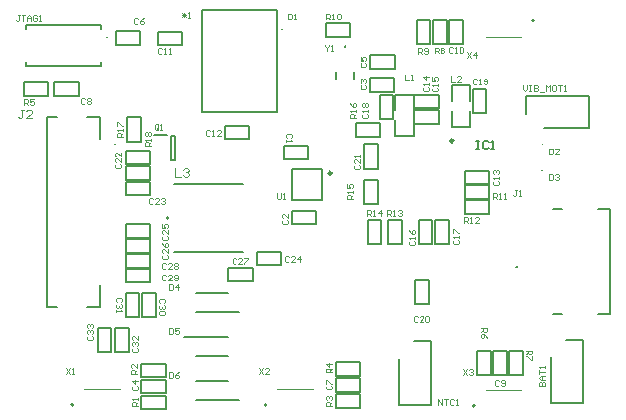
<source format=gto>
G04*
G04 #@! TF.GenerationSoftware,Altium Limited,Altium Designer,24.3.1 (35)*
G04*
G04 Layer_Color=65535*
%FSLAX44Y44*%
%MOMM*%
G71*
G04*
G04 #@! TF.SameCoordinates,31FC7E56-FDD3-428C-A461-55F7AD2C4BF1*
G04*
G04*
G04 #@! TF.FilePolarity,Positive*
G04*
G01*
G75*
%ADD10C,0.2000*%
%ADD11C,0.1000*%
%ADD12C,0.2500*%
%ADD13C,0.1500*%
%ADD14C,0.1524*%
%ADD15C,0.1270*%
%ADD16C,0.2032*%
%ADD17C,0.1200*%
D10*
X55000Y14000D02*
G03*
X55000Y12000I0J-1000D01*
G01*
D02*
G03*
X55000Y14000I0J1000D01*
G01*
X395000Y10818D02*
G03*
X395000Y12818I0J1000D01*
G01*
D02*
G03*
X395000Y10818I0J-1000D01*
G01*
X445000Y337000D02*
G03*
X445000Y339000I0J1000D01*
G01*
D02*
G03*
X445000Y337000I0J-1000D01*
G01*
X218589Y11423D02*
G03*
X218589Y13423I0J1000D01*
G01*
D02*
G03*
X218589Y11423I0J-1000D01*
G01*
X286000Y315500D02*
G03*
X286000Y316500I0J500D01*
G01*
D02*
G03*
X286000Y315500I0J-500D01*
G01*
X135500Y171750D02*
G03*
X135500Y169750I0J-1000D01*
G01*
D02*
G03*
X135500Y171750I0J1000D01*
G01*
X430702Y129256D02*
G03*
X431702Y129256I500J0D01*
G01*
D02*
G03*
X430702Y129256I-500J0D01*
G01*
D02*
G03*
X431702Y129256I500J0D01*
G01*
X460147Y14310D02*
X487647D01*
X472647Y68030D02*
X487647D01*
Y14310D02*
Y68030D01*
X460147Y14310D02*
Y52830D01*
X159600Y107000D02*
X186400D01*
X159600Y91000D02*
X196250D01*
X78500Y95500D02*
Y114000D01*
X67750Y95500D02*
X78500D01*
Y238000D02*
Y256500D01*
X67750D02*
X78500D01*
X33500D02*
X41750D01*
X33500Y95500D02*
Y256500D01*
Y95500D02*
X41750D01*
X331493Y12644D02*
Y51164D01*
X358993Y12644D02*
Y66364D01*
X343993D02*
X358993D01*
X331493Y12644D02*
X358993D01*
X240821Y186496D02*
X266821D01*
X240821D02*
Y212496D01*
X266821D01*
Y186496D02*
Y212496D01*
X149750Y70000D02*
X186400D01*
X159600Y54000D02*
X186400D01*
X159600Y17000D02*
X196250D01*
X159600Y33000D02*
X186400D01*
X79128Y299972D02*
Y303122D01*
X15628Y299972D02*
X79128D01*
X15628D02*
Y303122D01*
X79128Y331122D02*
Y334272D01*
X15628D02*
X79128D01*
X15628Y331122D02*
Y334272D01*
X141500Y199750D02*
X199500D01*
X141500Y141750D02*
X199500D01*
X124530Y241613D02*
X135030D01*
X138530Y220113D02*
Y240113D01*
Y220113D02*
X142030D01*
Y240113D01*
X138530D02*
X142030D01*
X492846Y246734D02*
Y274234D01*
X439126Y259234D02*
Y274234D01*
X492846D01*
X454326Y246734D02*
X492846D01*
X499702Y178955D02*
X510202D01*
Y89556D02*
Y178955D01*
X499702Y89556D02*
X510202D01*
X461702Y178955D02*
X469702D01*
X461702Y89556D02*
X469702D01*
D11*
X452424Y211269D02*
G03*
X453424Y211269I500J0D01*
G01*
D02*
G03*
X452424Y211269I-500J0D01*
G01*
X233198Y330509D02*
G03*
X232198Y330509I-500J0D01*
G01*
D02*
G03*
X233198Y330509I500J0D01*
G01*
X453436Y232797D02*
G03*
X452436Y232797I-500J0D01*
G01*
D02*
G03*
X453436Y232797I500J0D01*
G01*
X91750Y233500D02*
G03*
X90750Y233500I-500J0D01*
G01*
D02*
G03*
X91750Y233500I500J0D01*
G01*
X84778Y323472D02*
G03*
X83778Y323472I-500J0D01*
G01*
D02*
G03*
X84778Y323472I500J0D01*
G01*
X65000Y26500D02*
X95000D01*
X405000Y25318D02*
X435000D01*
X405000Y324500D02*
X435000D01*
X228589Y25923D02*
X258589D01*
D12*
X377549Y236306D02*
G03*
X377549Y236306I-1250J0D01*
G01*
X274445Y208996D02*
G03*
X274445Y208996I-1250J0D01*
G01*
D13*
X409319Y37948D02*
Y58448D01*
X397818Y37948D02*
X409319D01*
X397818D02*
Y58448D01*
X409319D01*
X424819Y37938D02*
Y58438D01*
X436319D01*
Y37938D02*
Y58438D01*
X424819Y37938D02*
X436319D01*
X113561Y9127D02*
X134061D01*
X113561D02*
Y20627D01*
X134061D01*
Y9127D02*
Y20627D01*
X113561Y47627D02*
X134061D01*
Y36127D02*
Y47627D01*
X113561Y36127D02*
X134061D01*
X113561D02*
Y47627D01*
X360500Y338500D02*
X372000D01*
X360500Y318000D02*
Y338500D01*
Y318000D02*
X372000D01*
Y338500D01*
X298501Y10415D02*
Y21915D01*
X278001D02*
X298501D01*
X278001Y10415D02*
Y21915D01*
Y10415D02*
X298501D01*
X346750Y318000D02*
Y338500D01*
X358250D01*
Y318000D02*
Y338500D01*
X346750Y318000D02*
X358250D01*
X113009Y235618D02*
Y256118D01*
X101509Y235618D02*
X113009D01*
X101509D02*
Y256118D01*
X113009D01*
X100250Y216250D02*
Y227750D01*
Y216250D02*
X120750D01*
Y227750D01*
X100250D02*
X120750D01*
X407799Y187056D02*
Y198556D01*
X387299D02*
X407799D01*
X387299Y187056D02*
Y198556D01*
Y187056D02*
X407799D01*
Y174556D02*
Y186056D01*
X387299D02*
X407799D01*
X387299Y174556D02*
Y186056D01*
Y174556D02*
X407799D01*
X322250Y148750D02*
Y169250D01*
X333750D01*
Y148750D02*
Y169250D01*
X322250Y148750D02*
X333750D01*
X305250D02*
Y169250D01*
X316750D01*
Y148750D02*
Y169250D01*
X305250Y148750D02*
X316750D01*
X313750Y182750D02*
Y203250D01*
X302250Y182750D02*
X313750D01*
X302250D02*
Y203250D01*
X313750D01*
X294789Y251150D02*
X315289D01*
Y239650D02*
Y251150D01*
X294789Y239650D02*
X315289D01*
X294789D02*
Y251150D01*
X269552Y324387D02*
X290052D01*
X269552D02*
Y335887D01*
X290052D01*
Y324387D02*
Y335887D01*
X13750Y285750D02*
X34250D01*
Y274250D02*
Y285750D01*
X13750Y274250D02*
X34250D01*
X13750D02*
Y285750D01*
X278001Y37415D02*
Y48915D01*
Y37415D02*
X298501D01*
Y48915D01*
X278001D02*
X298501D01*
X397021Y236292D02*
X399354D01*
X398187D01*
Y229295D01*
X397021D01*
X399354D01*
X407518Y235126D02*
X406351Y236292D01*
X404019D01*
X402853Y235126D01*
Y230461D01*
X404019Y229295D01*
X406351D01*
X407518Y230461D01*
X409850Y229295D02*
X412183D01*
X411017D01*
Y236292D01*
X409850Y235126D01*
D14*
X411319Y37948D02*
Y58448D01*
X422818D01*
Y37948D02*
Y58448D01*
X411319Y37948D02*
X422818D01*
X113561Y34127D02*
X134061D01*
Y22627D02*
Y34127D01*
X113561Y22627D02*
X134061D01*
X113561D02*
Y34127D01*
X278001Y23915D02*
Y35415D01*
Y23915D02*
X298501D01*
Y35415D01*
X278001D02*
X298501D01*
X374250Y318000D02*
X385750D01*
Y338500D01*
X374250D02*
X385750D01*
X374250Y318000D02*
Y338500D01*
X407799Y199556D02*
Y211056D01*
X387299D02*
X407799D01*
X387299Y199556D02*
Y211056D01*
Y199556D02*
X407799D01*
X100250Y107250D02*
X111750D01*
X100250Y86750D02*
Y107250D01*
Y86750D02*
X111750D01*
Y107250D01*
X184033Y237719D02*
Y249219D01*
Y237719D02*
X204533D01*
Y249219D01*
X184033D02*
X204533D01*
X254893Y220706D02*
Y232206D01*
X234393D02*
X254893D01*
X234393Y220706D02*
Y232206D01*
Y220706D02*
X254893D01*
X100250Y129000D02*
X120750D01*
X100250D02*
Y140500D01*
X120750D01*
Y129000D02*
Y140500D01*
X100250Y116500D02*
Y128000D01*
Y116500D02*
X120750D01*
Y128000D01*
X100250D02*
X120750D01*
X187075Y117179D02*
Y128679D01*
Y117179D02*
X207575D01*
Y128679D01*
X187075D02*
X207575D01*
X211231Y130795D02*
Y142295D01*
Y130795D02*
X231731D01*
Y142295D01*
X211231D02*
X231731D01*
X302250Y212750D02*
Y233250D01*
X313750D01*
Y212750D02*
Y233250D01*
X302250Y212750D02*
X313750D01*
X261555Y165584D02*
Y177084D01*
X241055D02*
X261555D01*
X241055Y165584D02*
Y177084D01*
Y165584D02*
X261555D01*
X100250Y214750D02*
X120750D01*
Y203250D02*
Y214750D01*
X100250Y203250D02*
X120750D01*
X100250D02*
Y214750D01*
Y201750D02*
X120750D01*
Y190250D02*
Y201750D01*
X100250Y190250D02*
X120750D01*
X100250D02*
Y201750D01*
Y165500D02*
X120750D01*
Y154000D02*
Y165500D01*
X100250Y154000D02*
X120750D01*
X100250D02*
Y165500D01*
Y153000D02*
X120750D01*
Y141500D02*
Y153000D01*
X100250Y141500D02*
X120750D01*
X100250D02*
Y153000D01*
X125750Y86750D02*
Y107250D01*
X114250Y86750D02*
X125750D01*
X114250D02*
Y107250D01*
X125750D01*
X102601Y57128D02*
Y77628D01*
X91101Y57128D02*
X102601D01*
X91101D02*
Y77628D01*
X102601D01*
X87886Y57128D02*
Y77628D01*
X76387Y57128D02*
X87886D01*
X76387D02*
Y77628D01*
X87886D01*
X344677Y275394D02*
X365176D01*
Y263894D02*
Y275394D01*
X344677Y263894D02*
X365176D01*
X344677D02*
Y275394D01*
X344711Y262421D02*
X365210D01*
Y250921D02*
Y262421D01*
X344711Y250921D02*
X365210D01*
X344711D02*
Y262421D01*
X359750Y148750D02*
Y169250D01*
X348250Y148750D02*
X359750D01*
X348250D02*
Y169250D01*
X359750D01*
X373750Y148750D02*
Y169250D01*
X362250Y148750D02*
X373750D01*
X362250D02*
Y169250D01*
X373750D01*
X326750Y254750D02*
Y275250D01*
X315250Y254750D02*
X326750D01*
X315250D02*
Y275250D01*
X326750D01*
X405442Y260019D02*
Y280518D01*
X393942Y260019D02*
X405442D01*
X393942D02*
Y280518D01*
X405442D01*
X356847Y97921D02*
Y118421D01*
X345347Y97921D02*
X356847D01*
X345347D02*
Y118421D01*
X356847D01*
X307401Y297122D02*
X327901D01*
X307401D02*
Y308622D01*
X327901D01*
Y297122D02*
Y308622D01*
X307052Y277724D02*
X327552D01*
X307052D02*
Y289224D01*
X327552D01*
Y277724D02*
Y289224D01*
X91829Y329222D02*
X112329D01*
Y317722D02*
Y329222D01*
X91829Y317722D02*
X112329D01*
X91829D02*
Y329222D01*
X39750Y285750D02*
X60250D01*
Y274250D02*
Y285750D01*
X39750Y274250D02*
X60250D01*
X39750D02*
Y285750D01*
X328386Y275433D02*
X344186D01*
Y262095D02*
Y275433D01*
X328506Y240357D02*
X344198D01*
X328386Y262192D02*
Y275433D01*
X344222Y240381D02*
Y253622D01*
X328344Y240518D02*
Y253530D01*
X376174Y283256D02*
X391974D01*
Y269918D02*
Y283256D01*
X376294Y248179D02*
X391986D01*
X376174Y270014D02*
Y283256D01*
X392010Y248203D02*
Y261445D01*
X376133Y248341D02*
Y261353D01*
X127731Y317321D02*
X148231D01*
X127731D02*
Y328821D01*
X148231D01*
Y317321D02*
Y328821D01*
D15*
X165000Y346750D02*
X228000D01*
X165000Y260750D02*
Y346750D01*
X228000Y260750D02*
Y346750D01*
X165000Y260750D02*
X228000D01*
D16*
X286000Y315500D02*
Y316500D01*
X278500Y288500D02*
Y294500D01*
X293500Y288500D02*
Y294500D01*
D17*
X275000Y11999D02*
X270002D01*
Y14498D01*
X270835Y15332D01*
X272501D01*
X273334Y14498D01*
Y11999D01*
Y13665D02*
X275000Y15332D01*
X270835Y16998D02*
X270002Y17831D01*
Y19497D01*
X270835Y20330D01*
X271668D01*
X272501Y19497D01*
Y18664D01*
Y19497D01*
X273334Y20330D01*
X274167D01*
X275000Y19497D01*
Y17831D01*
X274167Y16998D01*
X361739Y310265D02*
Y315263D01*
X364238D01*
X365071Y314430D01*
Y312764D01*
X364238Y311931D01*
X361739D01*
X363405D02*
X365071Y310265D01*
X366738Y314430D02*
X367571Y315263D01*
X369237D01*
X370070Y314430D01*
Y313597D01*
X369237Y312764D01*
X370070Y311931D01*
Y311098D01*
X369237Y310265D01*
X367571D01*
X366738Y311098D01*
Y311931D01*
X367571Y312764D01*
X366738Y313597D01*
Y314430D01*
X367571Y312764D02*
X369237D01*
X401102Y77376D02*
X406101D01*
Y74877D01*
X405268Y74044D01*
X403602D01*
X402769Y74877D01*
Y77376D01*
Y75710D02*
X401102Y74044D01*
X406101Y69046D02*
X405268Y70712D01*
X403602Y72378D01*
X401936D01*
X401102Y71545D01*
Y69879D01*
X401936Y69046D01*
X402769D01*
X403602Y69879D01*
Y72378D01*
X110511Y12168D02*
X105513D01*
Y14667D01*
X106346Y15500D01*
X108012D01*
X108845Y14667D01*
Y12168D01*
Y13834D02*
X110511Y15500D01*
Y17166D02*
Y18832D01*
Y17999D01*
X105513D01*
X106346Y17166D01*
X109898Y38980D02*
X104900D01*
Y41479D01*
X105733Y42312D01*
X107399D01*
X108232Y41479D01*
Y38980D01*
Y40646D02*
X109898Y42312D01*
Y47311D02*
Y43978D01*
X106566Y47311D01*
X105733D01*
X104900Y46477D01*
Y44811D01*
X105733Y43978D01*
X376994Y314532D02*
X376161Y315365D01*
X374494D01*
X373661Y314532D01*
Y311199D01*
X374494Y310366D01*
X376161D01*
X376994Y311199D01*
X378660Y310366D02*
X380326D01*
X379493D01*
Y315365D01*
X378660Y314532D01*
X382825D02*
X383658Y315365D01*
X385324D01*
X386157Y314532D01*
Y311199D01*
X385324Y310366D01*
X383658D01*
X382825Y311199D01*
Y314532D01*
X416236Y33052D02*
X415402Y33886D01*
X413736D01*
X412903Y33052D01*
Y29720D01*
X413736Y28887D01*
X415402D01*
X416236Y29720D01*
X417902D02*
X418735Y28887D01*
X420401D01*
X421234Y29720D01*
Y33052D01*
X420401Y33886D01*
X418735D01*
X417902Y33052D01*
Y32219D01*
X418735Y31386D01*
X421234D01*
X270835Y29082D02*
X270002Y28249D01*
Y26582D01*
X270835Y25749D01*
X274167D01*
X275000Y26582D01*
Y28249D01*
X274167Y29082D01*
X270002Y30748D02*
Y34080D01*
X270835D01*
X274167Y30748D01*
X275000D01*
X106112Y28533D02*
X105279Y27700D01*
Y26034D01*
X106112Y25201D01*
X109445D01*
X110278Y26034D01*
Y27700D01*
X109445Y28533D01*
X110278Y32699D02*
X105279D01*
X107779Y30199D01*
Y33532D01*
X213423Y43922D02*
X216756Y38924D01*
Y43922D02*
X213423Y38924D01*
X221754D02*
X218422D01*
X221754Y42256D01*
Y43089D01*
X220921Y43922D01*
X219255D01*
X218422Y43089D01*
X171324Y244415D02*
X170491Y245248D01*
X168825D01*
X167992Y244415D01*
Y241083D01*
X168825Y240250D01*
X170491D01*
X171324Y241083D01*
X172990Y240250D02*
X174657D01*
X173824D01*
Y245248D01*
X172990Y244415D01*
X180488Y240250D02*
X177156D01*
X180488Y243582D01*
Y244415D01*
X179655Y245248D01*
X177989D01*
X177156Y244415D01*
X431437Y194818D02*
X429771D01*
X430604D01*
Y190653D01*
X429771Y189820D01*
X428938D01*
X428105Y190653D01*
X433103Y189820D02*
X434769D01*
X433936D01*
Y194818D01*
X433103Y193985D01*
X347922Y310057D02*
Y315056D01*
X350422D01*
X351255Y314223D01*
Y312556D01*
X350422Y311723D01*
X347922D01*
X349589D02*
X351255Y310057D01*
X352921Y310890D02*
X353754Y310057D01*
X355420D01*
X356253Y310890D01*
Y314223D01*
X355420Y315056D01*
X353754D01*
X352921Y314223D01*
Y313389D01*
X353754Y312556D01*
X356253D01*
X439068Y58698D02*
X444067D01*
Y56199D01*
X443234Y55366D01*
X441568D01*
X440735Y56199D01*
Y58698D01*
Y57032D02*
X439068Y55366D01*
X444067Y53700D02*
Y50368D01*
X443234D01*
X439902Y53700D01*
X439068D01*
X275001Y40165D02*
X270002D01*
Y42664D01*
X270835Y43497D01*
X272502D01*
X273335Y42664D01*
Y40165D01*
Y41831D02*
X275001Y43497D01*
Y47662D02*
X270002D01*
X272502Y45163D01*
Y48495D01*
X130917Y313618D02*
X130084Y314451D01*
X128418D01*
X127585Y313618D01*
Y310286D01*
X128418Y309453D01*
X130084D01*
X130917Y310286D01*
X132583Y309453D02*
X134249D01*
X133416D01*
Y314451D01*
X132583Y313618D01*
X136748Y309453D02*
X138414D01*
X137582D01*
Y314451D01*
X136748Y313618D01*
X268849Y317270D02*
Y316437D01*
X270515Y314770D01*
X272182Y316437D01*
Y317270D01*
X270515Y314770D02*
Y312271D01*
X273848D02*
X275514D01*
X274681D01*
Y317270D01*
X273848Y316437D01*
X389562Y311211D02*
X392894Y306213D01*
Y311211D02*
X389562Y306213D01*
X397060D02*
Y311211D01*
X394561Y308712D01*
X397893D01*
X386073Y43347D02*
X389405Y38349D01*
Y43347D02*
X386073Y38349D01*
X391071Y42514D02*
X391904Y43347D01*
X393570D01*
X394403Y42514D01*
Y41681D01*
X393570Y40848D01*
X392737D01*
X393570D01*
X394403Y40015D01*
Y39182D01*
X393570Y38349D01*
X391904D01*
X391071Y39182D01*
X49668Y43499D02*
X53000Y38501D01*
Y43499D02*
X49668Y38501D01*
X54666D02*
X56332D01*
X55499D01*
Y43499D01*
X54666Y42666D01*
X436952Y283754D02*
Y280422D01*
X438618Y278756D01*
X440284Y280422D01*
Y283754D01*
X441950D02*
X443616D01*
X442783D01*
Y278756D01*
X441950D01*
X443616D01*
X446116Y283754D02*
Y278756D01*
X448615D01*
X449448Y279589D01*
Y280422D01*
X448615Y281255D01*
X446116D01*
X448615D01*
X449448Y282088D01*
Y282921D01*
X448615Y283754D01*
X446116D01*
X451114Y277922D02*
X454446D01*
X456112Y278756D02*
Y283754D01*
X457779Y282088D01*
X459445Y283754D01*
Y278756D01*
X463610Y283754D02*
X461944D01*
X461111Y282921D01*
Y279589D01*
X461944Y278756D01*
X463610D01*
X464443Y279589D01*
Y282921D01*
X463610Y283754D01*
X466109D02*
X469441D01*
X467775D01*
Y278756D01*
X471107D02*
X472774D01*
X471940D01*
Y283754D01*
X471107Y282921D01*
X228432Y191796D02*
Y187631D01*
X229265Y186798D01*
X230931D01*
X231764Y187631D01*
Y191796D01*
X233431Y186798D02*
X235097D01*
X234264D01*
Y191796D01*
X233431Y190963D01*
X13835Y266501D02*
Y271499D01*
X16334D01*
X17167Y270666D01*
Y269000D01*
X16334Y268167D01*
X13835D01*
X15501D02*
X17167Y266501D01*
X22165Y271499D02*
X18833D01*
Y269000D01*
X20499Y269833D01*
X21332D01*
X22165Y269000D01*
Y267334D01*
X21332Y266501D01*
X19666D01*
X18833Y267334D01*
X270000Y339000D02*
Y343998D01*
X272499D01*
X273332Y343165D01*
Y341499D01*
X272499Y340666D01*
X270000D01*
X271666D02*
X273332Y339000D01*
X274998D02*
X276665D01*
X275831D01*
Y343998D01*
X274998Y343165D01*
X279164D02*
X279997Y343998D01*
X281663D01*
X282496Y343165D01*
Y339833D01*
X281663Y339000D01*
X279997D01*
X279164Y339833D01*
Y343165D01*
X295179Y255523D02*
X290180D01*
Y258022D01*
X291013Y258855D01*
X292680D01*
X293513Y258022D01*
Y255523D01*
Y257189D02*
X295179Y258855D01*
Y260521D02*
Y262187D01*
Y261354D01*
X290180D01*
X291013Y260521D01*
X290180Y268019D02*
X291013Y266353D01*
X292680Y264687D01*
X294346D01*
X295179Y265520D01*
Y267186D01*
X294346Y268019D01*
X293513D01*
X292680Y267186D01*
Y264687D01*
X292546Y186852D02*
X287548D01*
Y189351D01*
X288381Y190184D01*
X290047D01*
X290880Y189351D01*
Y186852D01*
Y188518D02*
X292546Y190184D01*
Y191850D02*
Y193516D01*
Y192683D01*
X287548D01*
X288381Y191850D01*
X287548Y199347D02*
Y196015D01*
X290047D01*
X289214Y197681D01*
Y198514D01*
X290047Y199347D01*
X291713D01*
X292546Y198514D01*
Y196848D01*
X291713Y196015D01*
X304796Y172498D02*
Y177497D01*
X307295D01*
X308128Y176664D01*
Y174998D01*
X307295Y174165D01*
X304796D01*
X306462D02*
X308128Y172498D01*
X309794D02*
X311460D01*
X310627D01*
Y177497D01*
X309794Y176664D01*
X316459Y172498D02*
Y177497D01*
X313960Y174998D01*
X317292D01*
X321303Y172392D02*
Y177391D01*
X323802D01*
X324635Y176558D01*
Y174891D01*
X323802Y174058D01*
X321303D01*
X322969D02*
X324635Y172392D01*
X326301D02*
X327967D01*
X327135D01*
Y177391D01*
X326301Y176558D01*
X330467D02*
X331300Y177391D01*
X332966D01*
X333799Y176558D01*
Y175725D01*
X332966Y174891D01*
X332133D01*
X332966D01*
X333799Y174058D01*
Y173225D01*
X332966Y172392D01*
X331300D01*
X330467Y173225D01*
X387000Y167000D02*
Y171998D01*
X389499D01*
X390332Y171165D01*
Y169499D01*
X389499Y168666D01*
X387000D01*
X388666D02*
X390332Y167000D01*
X391998D02*
X393665D01*
X392831D01*
Y171998D01*
X391998Y171165D01*
X399496Y167000D02*
X396164D01*
X399496Y170332D01*
Y171165D01*
X398663Y171998D01*
X396997D01*
X396164Y171165D01*
X411000Y187000D02*
Y191998D01*
X413499D01*
X414332Y191165D01*
Y189499D01*
X413499Y188666D01*
X411000D01*
X412666D02*
X414332Y187000D01*
X415998D02*
X417664D01*
X416831D01*
Y191998D01*
X415998Y191165D01*
X420164Y187000D02*
X421830D01*
X420997D01*
Y191998D01*
X420164Y191165D01*
X121711Y231515D02*
X116713D01*
Y234014D01*
X117546Y234847D01*
X119212D01*
X120045Y234014D01*
Y231515D01*
Y233181D02*
X121711Y234847D01*
Y236513D02*
Y238179D01*
Y237346D01*
X116713D01*
X117546Y236513D01*
Y240679D02*
X116713Y241512D01*
Y243178D01*
X117546Y244011D01*
X118379D01*
X119212Y243178D01*
X120045Y244011D01*
X120878D01*
X121711Y243178D01*
Y241512D01*
X120878Y240679D01*
X120045D01*
X119212Y241512D01*
X118379Y240679D01*
X117546D01*
X119212Y241512D02*
Y243178D01*
X97598Y239385D02*
X92600D01*
Y241884D01*
X93433Y242717D01*
X95099D01*
X95932Y241884D01*
Y239385D01*
Y241051D02*
X97598Y242717D01*
Y244383D02*
Y246049D01*
Y245216D01*
X92600D01*
X93433Y244383D01*
X92600Y248549D02*
Y251881D01*
X93433D01*
X96765Y248549D01*
X97598D01*
X127968Y246546D02*
Y249878D01*
X127135Y250711D01*
X125469D01*
X124636Y249878D01*
Y246546D01*
X125469Y245713D01*
X127135D01*
X126302Y247379D02*
X127968Y245713D01*
X127135D02*
X127968Y246546D01*
X129634Y245713D02*
X131300D01*
X130467D01*
Y250711D01*
X129634Y249878D01*
X364532Y12358D02*
Y17356D01*
X367864Y12358D01*
Y17356D01*
X369530D02*
X372863D01*
X371196D01*
Y12358D01*
X377861Y16523D02*
X377028Y17356D01*
X375362D01*
X374529Y16523D01*
Y13191D01*
X375362Y12358D01*
X377028D01*
X377861Y13191D01*
X379527Y12358D02*
X381193D01*
X380360D01*
Y17356D01*
X379527Y16523D01*
X376000Y290998D02*
Y286000D01*
X379332D01*
X384331D02*
X380998D01*
X384331Y289332D01*
Y290165D01*
X383498Y290998D01*
X381831D01*
X380998Y290165D01*
X336819Y292406D02*
Y287408D01*
X340151D01*
X341818D02*
X343484D01*
X342651D01*
Y292406D01*
X341818Y291573D01*
X142000Y212998D02*
Y206000D01*
X146665D01*
X148998Y211831D02*
X150164Y212998D01*
X152497D01*
X153663Y211831D01*
Y210665D01*
X152497Y209499D01*
X151330D01*
X152497D01*
X153663Y208333D01*
Y207166D01*
X152497Y206000D01*
X150164D01*
X148998Y207166D01*
X10332Y342998D02*
X8666D01*
X9499D01*
Y338833D01*
X8666Y338000D01*
X7833D01*
X7000Y338833D01*
X11998Y342998D02*
X15331D01*
X13664D01*
Y338000D01*
X16997D02*
Y341332D01*
X18663Y342998D01*
X20329Y341332D01*
Y338000D01*
Y340499D01*
X16997D01*
X25327Y342165D02*
X24494Y342998D01*
X22828D01*
X21995Y342165D01*
Y338833D01*
X22828Y338000D01*
X24494D01*
X25327Y338833D01*
Y340499D01*
X23661D01*
X26994Y338000D02*
X28660D01*
X27826D01*
Y342998D01*
X26994Y342165D01*
X13834Y262499D02*
X11501D01*
X12667D01*
Y256667D01*
X11501Y255501D01*
X10335D01*
X9168Y256667D01*
X20831Y255501D02*
X16166D01*
X20831Y260166D01*
Y261333D01*
X19665Y262499D01*
X17333D01*
X16166Y261333D01*
X458952Y207754D02*
Y202756D01*
X461451D01*
X462284Y203589D01*
Y206921D01*
X461451Y207754D01*
X458952D01*
X463950Y206921D02*
X464783Y207754D01*
X466450D01*
X467283Y206921D01*
Y206088D01*
X466450Y205255D01*
X465616D01*
X466450D01*
X467283Y204422D01*
Y203589D01*
X466450Y202756D01*
X464783D01*
X463950Y203589D01*
X458952Y229754D02*
Y224756D01*
X461451D01*
X462284Y225589D01*
Y228921D01*
X461451Y229754D01*
X458952D01*
X467283Y224756D02*
X463950D01*
X467283Y228088D01*
Y228921D01*
X466450Y229754D01*
X464783D01*
X463950Y228921D01*
X238000Y343998D02*
Y339000D01*
X240499D01*
X241332Y339833D01*
Y343165D01*
X240499Y343998D01*
X238000D01*
X242998Y339000D02*
X244664D01*
X243831D01*
Y343998D01*
X242998Y343165D01*
X137281Y40702D02*
Y35703D01*
X139780D01*
X140613Y36537D01*
Y39869D01*
X139780Y40702D01*
X137281D01*
X145612D02*
X143946Y39869D01*
X142280Y38203D01*
Y36537D01*
X143113Y35703D01*
X144779D01*
X145612Y36537D01*
Y37370D01*
X144779Y38203D01*
X142280D01*
X136750Y77998D02*
Y73000D01*
X139249D01*
X140082Y73833D01*
Y77165D01*
X139249Y77998D01*
X136750D01*
X145081D02*
X141748D01*
Y75499D01*
X143414Y76332D01*
X144248D01*
X145081Y75499D01*
Y73833D01*
X144248Y73000D01*
X142581D01*
X141748Y73833D01*
X137000Y115248D02*
Y110250D01*
X139499D01*
X140332Y111083D01*
Y114415D01*
X139499Y115248D01*
X137000D01*
X144498Y110250D02*
Y115248D01*
X141998Y112749D01*
X145331D01*
X233471Y169005D02*
X232638Y168172D01*
Y166506D01*
X233471Y165673D01*
X236804D01*
X237637Y166506D01*
Y168172D01*
X236804Y169005D01*
X237637Y174003D02*
Y170671D01*
X234304Y174003D01*
X233471D01*
X232638Y173170D01*
Y171504D01*
X233471Y170671D01*
X239809Y238456D02*
X240642Y239289D01*
Y240955D01*
X239809Y241788D01*
X236477D01*
X235644Y240955D01*
Y239289D01*
X236477Y238456D01*
X235644Y236790D02*
Y235124D01*
Y235957D01*
X240642D01*
X239809Y236790D01*
X294106Y216157D02*
X293273Y215324D01*
Y213658D01*
X294106Y212825D01*
X297438D01*
X298271Y213658D01*
Y215324D01*
X297438Y216157D01*
X298271Y221156D02*
Y217824D01*
X294939Y221156D01*
X294106D01*
X293273Y220323D01*
Y218657D01*
X294106Y217824D01*
X298271Y222822D02*
Y224488D01*
Y223655D01*
X293273D01*
X294106Y222822D01*
X66028Y271961D02*
X65195Y272795D01*
X63529D01*
X62696Y271961D01*
Y268629D01*
X63529Y267796D01*
X65195D01*
X66028Y268629D01*
X67694Y271961D02*
X68527Y272795D01*
X70193D01*
X71026Y271961D01*
Y271128D01*
X70193Y270295D01*
X71026Y269462D01*
Y268629D01*
X70193Y267796D01*
X68527D01*
X67694Y268629D01*
Y269462D01*
X68527Y270295D01*
X67694Y271128D01*
Y271961D01*
X68527Y270295D02*
X70193D01*
X110636Y339567D02*
X109803Y340400D01*
X108137D01*
X107304Y339567D01*
Y336235D01*
X108137Y335402D01*
X109803D01*
X110636Y336235D01*
X115634Y340400D02*
X113968Y339567D01*
X112302Y337901D01*
Y336235D01*
X113135Y335402D01*
X114801D01*
X115634Y336235D01*
Y337068D01*
X114801Y337901D01*
X112302D01*
X299835Y283332D02*
X299002Y282499D01*
Y280833D01*
X299835Y280000D01*
X303167D01*
X304000Y280833D01*
Y282499D01*
X303167Y283332D01*
X299835Y284998D02*
X299002Y285831D01*
Y287498D01*
X299835Y288331D01*
X300668D01*
X301501Y287498D01*
Y286665D01*
Y287498D01*
X302334Y288331D01*
X303167D01*
X304000Y287498D01*
Y285831D01*
X303167Y284998D01*
X299835Y302332D02*
X299002Y301499D01*
Y299833D01*
X299835Y299000D01*
X303167D01*
X304000Y299833D01*
Y301499D01*
X303167Y302332D01*
X299002Y307331D02*
Y303998D01*
X301501D01*
X300668Y305665D01*
Y306498D01*
X301501Y307331D01*
X303167D01*
X304000Y306498D01*
Y304831D01*
X303167Y303998D01*
X347332Y87165D02*
X346499Y87998D01*
X344833D01*
X344000Y87165D01*
Y83833D01*
X344833Y83000D01*
X346499D01*
X347332Y83833D01*
X352331Y83000D02*
X348998D01*
X352331Y86332D01*
Y87165D01*
X351497Y87998D01*
X349831D01*
X348998Y87165D01*
X353997D02*
X354830Y87998D01*
X356496D01*
X357329Y87165D01*
Y83833D01*
X356496Y83000D01*
X354830D01*
X353997Y83833D01*
Y87165D01*
X397332Y288165D02*
X396499Y288998D01*
X394833D01*
X394000Y288165D01*
Y284833D01*
X394833Y284000D01*
X396499D01*
X397332Y284833D01*
X398998Y284000D02*
X400664D01*
X399831D01*
Y288998D01*
X398998Y288165D01*
X403164Y284833D02*
X403997Y284000D01*
X405663D01*
X406496Y284833D01*
Y288165D01*
X405663Y288998D01*
X403997D01*
X403164Y288165D01*
Y287332D01*
X403997Y286499D01*
X406496D01*
X301084Y258798D02*
X300251Y257965D01*
Y256299D01*
X301084Y255466D01*
X304417D01*
X305250Y256299D01*
Y257965D01*
X304417Y258798D01*
X305250Y260464D02*
Y262130D01*
Y261297D01*
X300251D01*
X301084Y260464D01*
Y264630D02*
X300251Y265463D01*
Y267129D01*
X301084Y267962D01*
X301917D01*
X302750Y267129D01*
X303583Y267962D01*
X304417D01*
X305250Y267129D01*
Y265463D01*
X304417Y264630D01*
X303583D01*
X302750Y265463D01*
X301917Y264630D01*
X301084D01*
X302750Y265463D02*
Y267129D01*
X377835Y152332D02*
X377002Y151499D01*
Y149833D01*
X377835Y149000D01*
X381167D01*
X382000Y149833D01*
Y151499D01*
X381167Y152332D01*
X382000Y153998D02*
Y155665D01*
Y154831D01*
X377002D01*
X377835Y153998D01*
X377002Y158164D02*
Y161496D01*
X377835D01*
X381167Y158164D01*
X382000D01*
X340835Y151332D02*
X340002Y150499D01*
Y148833D01*
X340835Y148000D01*
X344167D01*
X345000Y148833D01*
Y150499D01*
X344167Y151332D01*
X345000Y152998D02*
Y154664D01*
Y153831D01*
X340002D01*
X340835Y152998D01*
X340002Y160496D02*
X340835Y158830D01*
X342501Y157164D01*
X344167D01*
X345000Y157997D01*
Y159663D01*
X344167Y160496D01*
X343334D01*
X342501Y159663D01*
Y157164D01*
X360595Y281388D02*
X359762Y280555D01*
Y278889D01*
X360595Y278056D01*
X363927D01*
X364760Y278889D01*
Y280555D01*
X363927Y281388D01*
X364760Y283055D02*
Y284721D01*
Y283888D01*
X359762D01*
X360595Y283055D01*
X359762Y290552D02*
Y287220D01*
X362261D01*
X361428Y288886D01*
Y289719D01*
X362261Y290552D01*
X363927D01*
X364760Y289719D01*
Y288053D01*
X363927Y287220D01*
X352695Y281697D02*
X351862Y280864D01*
Y279198D01*
X352695Y278365D01*
X356027D01*
X356860Y279198D01*
Y280864D01*
X356027Y281697D01*
X356860Y283363D02*
Y285029D01*
Y284196D01*
X351862D01*
X352695Y283363D01*
X356860Y290028D02*
X351862D01*
X354361Y287529D01*
Y290861D01*
X412135Y202565D02*
X411302Y201732D01*
Y200066D01*
X412135Y199233D01*
X415468D01*
X416301Y200066D01*
Y201732D01*
X415468Y202565D01*
X416301Y204231D02*
Y205898D01*
Y205064D01*
X411302D01*
X412135Y204231D01*
Y208397D02*
X411302Y209230D01*
Y210896D01*
X412135Y211729D01*
X412968D01*
X413801Y210896D01*
Y210063D01*
Y210896D01*
X414635Y211729D01*
X415468D01*
X416301Y210896D01*
Y209230D01*
X415468Y208397D01*
X68464Y70876D02*
X67631Y70043D01*
Y68377D01*
X68464Y67544D01*
X71796D01*
X72629Y68377D01*
Y70043D01*
X71796Y70876D01*
X68464Y72542D02*
X67631Y73376D01*
Y75042D01*
X68464Y75875D01*
X69297D01*
X70130Y75042D01*
Y74208D01*
Y75042D01*
X70963Y75875D01*
X71796D01*
X72629Y75042D01*
Y73376D01*
X71796Y72542D01*
X68464Y77541D02*
X67631Y78374D01*
Y80040D01*
X68464Y80873D01*
X69297D01*
X70130Y80040D01*
Y79207D01*
Y80040D01*
X70963Y80873D01*
X71796D01*
X72629Y80040D01*
Y78374D01*
X71796Y77541D01*
X106484Y60759D02*
X105651Y59926D01*
Y58260D01*
X106484Y57427D01*
X109817D01*
X110650Y58260D01*
Y59926D01*
X109817Y60759D01*
X106484Y62425D02*
X105651Y63259D01*
Y64925D01*
X106484Y65758D01*
X107317D01*
X108151Y64925D01*
Y64092D01*
Y64925D01*
X108984Y65758D01*
X109817D01*
X110650Y64925D01*
Y63259D01*
X109817Y62425D01*
X110650Y70756D02*
Y67424D01*
X107317Y70756D01*
X106484D01*
X105651Y69923D01*
Y68257D01*
X106484Y67424D01*
X96165Y99668D02*
X96998Y100501D01*
Y102167D01*
X96165Y103000D01*
X92833D01*
X92000Y102167D01*
Y100501D01*
X92833Y99668D01*
X96165Y98002D02*
X96998Y97169D01*
Y95503D01*
X96165Y94669D01*
X95332D01*
X94499Y95503D01*
Y96335D01*
Y95503D01*
X93666Y94669D01*
X92833D01*
X92000Y95503D01*
Y97169D01*
X92833Y98002D01*
X92000Y93003D02*
Y91337D01*
Y92170D01*
X96998D01*
X96165Y93003D01*
X132880Y99062D02*
X133713Y99895D01*
Y101561D01*
X132880Y102394D01*
X129548D01*
X128715Y101561D01*
Y99895D01*
X129548Y99062D01*
X132880Y97396D02*
X133713Y96563D01*
Y94897D01*
X132880Y94064D01*
X132047D01*
X131214Y94897D01*
Y95730D01*
Y94897D01*
X130381Y94064D01*
X129548D01*
X128715Y94897D01*
Y96563D01*
X129548Y97396D01*
X132880Y92397D02*
X133713Y91565D01*
Y89898D01*
X132880Y89065D01*
X129548D01*
X128715Y89898D01*
Y91565D01*
X129548Y92397D01*
X132880D01*
X134213Y122206D02*
X133380Y123039D01*
X131714D01*
X130881Y122206D01*
Y118874D01*
X131714Y118041D01*
X133380D01*
X134213Y118874D01*
X139212Y118041D02*
X135880D01*
X139212Y121373D01*
Y122206D01*
X138379Y123039D01*
X136713D01*
X135880Y122206D01*
X140878Y118874D02*
X141711Y118041D01*
X143377D01*
X144210Y118874D01*
Y122206D01*
X143377Y123039D01*
X141711D01*
X140878Y122206D01*
Y121373D01*
X141711Y120540D01*
X144210D01*
X134213Y132011D02*
X133380Y132844D01*
X131714D01*
X130881Y132011D01*
Y128679D01*
X131714Y127845D01*
X133380D01*
X134213Y128679D01*
X139212Y127845D02*
X135880D01*
X139212Y131178D01*
Y132011D01*
X138379Y132844D01*
X136713D01*
X135880Y132011D01*
X140878D02*
X141711Y132844D01*
X143377D01*
X144210Y132011D01*
Y131178D01*
X143377Y130345D01*
X144210Y129512D01*
Y128679D01*
X143377Y127845D01*
X141711D01*
X140878Y128679D01*
Y129512D01*
X141711Y130345D01*
X140878Y131178D01*
Y132011D01*
X141711Y130345D02*
X143377D01*
X193993Y135845D02*
X193160Y136678D01*
X191494D01*
X190661Y135845D01*
Y132513D01*
X191494Y131679D01*
X193160D01*
X193993Y132513D01*
X198991Y131679D02*
X195659D01*
X198991Y135012D01*
Y135845D01*
X198158Y136678D01*
X196492D01*
X195659Y135845D01*
X200657Y136678D02*
X203990D01*
Y135845D01*
X200657Y132513D01*
Y131679D01*
X131686Y139416D02*
X130853Y138583D01*
Y136917D01*
X131686Y136084D01*
X135019D01*
X135852Y136917D01*
Y138583D01*
X135019Y139416D01*
X135852Y144415D02*
Y141082D01*
X132520Y144415D01*
X131686D01*
X130853Y143582D01*
Y141916D01*
X131686Y141082D01*
X130853Y149413D02*
X131686Y147747D01*
X133353Y146081D01*
X135019D01*
X135852Y146914D01*
Y148580D01*
X135019Y149413D01*
X134186D01*
X133353Y148580D01*
Y146081D01*
X131482Y156030D02*
X130649Y155197D01*
Y153531D01*
X131482Y152698D01*
X134814D01*
X135647Y153531D01*
Y155197D01*
X134814Y156030D01*
X135647Y161028D02*
Y157696D01*
X132315Y161028D01*
X131482D01*
X130649Y160195D01*
Y158529D01*
X131482Y157696D01*
X130649Y166027D02*
Y162695D01*
X133148D01*
X132315Y164361D01*
Y165194D01*
X133148Y166027D01*
X134814D01*
X135647Y165194D01*
Y163528D01*
X134814Y162695D01*
X238332Y138165D02*
X237499Y138998D01*
X235833D01*
X235000Y138165D01*
Y134833D01*
X235833Y134000D01*
X237499D01*
X238332Y134833D01*
X243331Y134000D02*
X239998D01*
X243331Y137332D01*
Y138165D01*
X242498Y138998D01*
X240831D01*
X239998Y138165D01*
X247496Y134000D02*
Y138998D01*
X244997Y136499D01*
X248329D01*
X123192Y186622D02*
X122359Y187455D01*
X120693D01*
X119860Y186622D01*
Y183290D01*
X120693Y182457D01*
X122359D01*
X123192Y183290D01*
X128190Y182457D02*
X124858D01*
X128190Y185789D01*
Y186622D01*
X127357Y187455D01*
X125691D01*
X124858Y186622D01*
X129856D02*
X130689Y187455D01*
X132355D01*
X133188Y186622D01*
Y185789D01*
X132355Y184956D01*
X131522D01*
X132355D01*
X133188Y184123D01*
Y183290D01*
X132355Y182457D01*
X130689D01*
X129856Y183290D01*
X92016Y216332D02*
X91183Y215499D01*
Y213833D01*
X92016Y213000D01*
X95348D01*
X96181Y213833D01*
Y215499D01*
X95348Y216332D01*
X96181Y221331D02*
Y217998D01*
X92849Y221331D01*
X92016D01*
X91183Y220498D01*
Y218831D01*
X92016Y217998D01*
X96181Y226329D02*
Y222997D01*
X92849Y226329D01*
X92016D01*
X91183Y225496D01*
Y223830D01*
X92016Y222997D01*
X450520Y29088D02*
X455518D01*
Y31587D01*
X454686Y32420D01*
X453852D01*
X453019Y31587D01*
Y29088D01*
Y31587D01*
X452186Y32420D01*
X451353D01*
X450520Y31587D01*
Y29088D01*
X455518Y34086D02*
X452186D01*
X450520Y35752D01*
X452186Y37419D01*
X455518D01*
X453019D01*
Y34086D01*
X450520Y39085D02*
Y42417D01*
Y40751D01*
X455518D01*
Y44083D02*
Y45749D01*
Y44916D01*
X450520D01*
X451353Y44083D01*
X148132Y344406D02*
X151465Y341074D01*
X148132D02*
X151465Y344406D01*
X148132Y342740D02*
X151465D01*
X149799Y341074D02*
Y344406D01*
X153131Y340241D02*
X154797D01*
X153964D01*
Y345239D01*
X153131Y344406D01*
M02*

</source>
